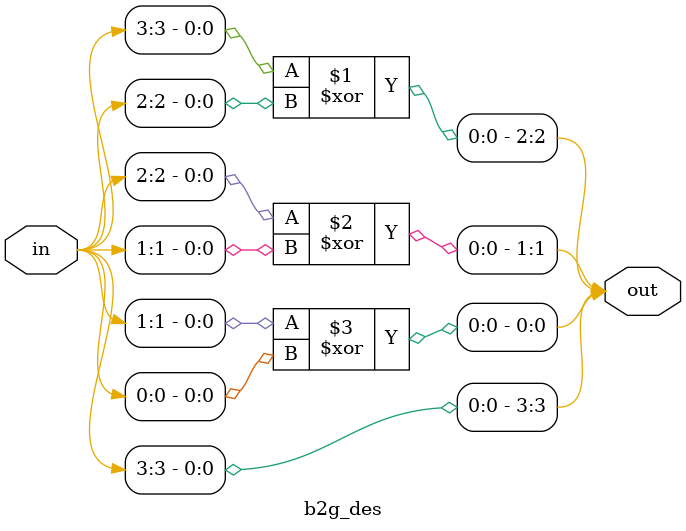
<source format=v>
module b2g_des(in, out);

input [3:0] in;
output wire [3:0] out;

assign out[3] = in[3] ;
assign out[2] = in[3] ^ in[2];
assign out[1] = in[2] ^ in[1];
assign out[0] = in[1] ^ in[0];

endmodule


</source>
